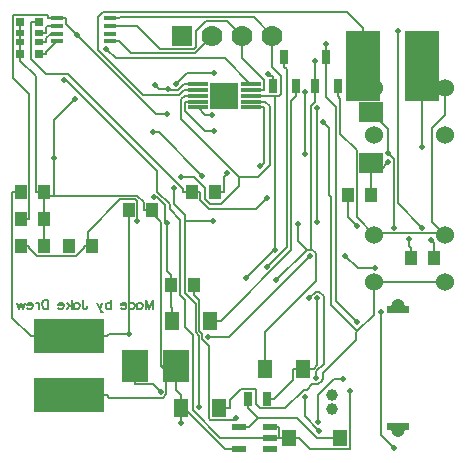
<source format=gbl>
G04 ---------------------------- Layer name :BOTTOM LAYER*
G04 easyEDA 0.1*
G04 Scale: 100 percent, Rotated: No, Reflected: No *
G04 Dimensions in inches *
G04 leading zeros omitted , absolute positions ,2 integer and 4 * 
%FSLAX24Y24*%
%MOIN*%
G90*
G70D02*

%ADD11C,0.005980*%
%ADD12C,0.008000*%
%ADD13C,0.020079*%
%ADD14R,0.043300X0.015700*%
%ADD15R,0.047200X0.021700*%
%ADD16R,0.031500X0.047200*%
%ADD17R,0.031496X0.029528*%
%ADD18R,0.031496X0.022835*%
%ADD19R,0.050000X0.057900*%
%ADD20R,0.236200X0.118100*%
%ADD21R,0.039370X0.049212*%
%ADD22R,0.090551X0.106300*%
%ADD23R,0.080000X0.070000*%
%ADD24R,0.027559X0.049213*%
%ADD25R,0.068100X0.013000*%
%ADD26R,0.096900X0.091300*%
%ADD27R,0.118100X0.236200*%
%ADD28R,0.051181X0.062992*%
%ADD29C,0.039370*%
%ADD31C,0.047240*%
%ADD33C,0.060000*%
%ADD35R,0.070000X0.070000*%
%ADD36C,0.070000*%

%LPD*%
G54D11*
G01X8894Y26871D02*
G01X8894Y21763D01*
G01X8894Y26871D02*
G01X9019Y26871D01*
G01X9092Y26944D01*
G01X9092Y27561D01*
G01X8800Y27853D01*
G01X8800Y28900D01*
G01X8519Y26900D02*
G01X8548Y26871D01*
G01X8894Y26871D01*
G01X10025Y20138D02*
G01X10247Y20359D01*
G01X10368Y20359D01*
G01X10503Y20223D01*
G01X10503Y17957D01*
G01X10253Y17709D01*
G01X10253Y17482D01*
G01X9873Y16848D02*
G01X9873Y16211D01*
G01X10355Y15730D01*
G01X8800Y28900D02*
G01X8178Y29521D01*
G01X3738Y29521D01*
G01X3696Y29478D01*
G01X8090Y26900D02*
G01X8519Y26900D01*
G01X3390Y29478D02*
G01X3696Y29478D01*
G01X10226Y27207D02*
G01X10226Y28038D01*
G01X7800Y28900D02*
G01X7800Y28144D01*
G01X8519Y27426D01*
G01X8519Y27100D01*
G01X10100Y21803D02*
G01X10100Y26563D01*
G01X10226Y26690D01*
G01X10226Y26690D01*
G01X10226Y27207D01*
G01X8569Y17800D02*
G01X8569Y19023D01*
G01X10256Y20709D01*
G01X10256Y21646D01*
G01X10100Y21803D01*
G01X9953Y21769D02*
G01X10064Y21769D01*
G01X10100Y21803D01*
G01X9953Y21769D02*
G01X9669Y22052D01*
G01X9669Y22621D01*
G01X8926Y20740D02*
G01X9953Y21769D01*
G01X3390Y29228D02*
G01X4290Y29228D01*
G01X5061Y28457D01*
G01X6188Y28457D01*
G01X6257Y28527D01*
G01X6257Y29059D01*
G01X6598Y29402D01*
G01X7298Y29402D01*
G01X7800Y28900D01*
G01X8090Y27100D02*
G01X8519Y27100D01*
G01X7690Y24198D02*
G01X5761Y26130D01*
G01X5761Y26780D01*
G01X5880Y26900D01*
G01X11630Y22544D02*
G01X11306Y22869D01*
G01X11306Y23600D01*
G01X5084Y17898D02*
G01X5263Y17719D01*
G01X5263Y16942D01*
G01X5151Y16832D01*
G01X3367Y16832D01*
G01X3280Y16919D01*
G01X7690Y24198D02*
G01X8334Y24198D01*
G01X8709Y24575D01*
G01X8709Y26538D01*
G01X8548Y26700D01*
G01X8090Y26700D01*
G01X3696Y28719D02*
G01X4084Y28330D01*
G01X6230Y28330D01*
G01X6800Y28900D01*
G01X5084Y17898D02*
G01X5084Y22678D01*
G01X4663Y23100D01*
G01X2009Y16919D02*
G01X3280Y16919D01*
G01X7690Y24198D02*
G01X7690Y23886D01*
G01X7098Y23294D01*
G01X6726Y23294D01*
G01X6563Y23457D01*
G01X6563Y23819D01*
G01X6190Y24190D01*
G01X5765Y24190D01*
G01X5765Y24192D01*
G01X7690Y15128D02*
G01X7217Y15128D01*
G01X5769Y16578D01*
G01X6311Y26900D02*
G01X5880Y26900D01*
G01X1523Y24809D02*
G01X1523Y26096D01*
G01X2226Y26800D01*
G01X5769Y16500D02*
G01X5769Y15978D01*
G01X5769Y16578D02*
G01X5769Y16655D01*
G01X5769Y16500D02*
G01X5769Y16578D01*
G01X1523Y23565D02*
G01X1523Y24809D01*
G01X1523Y23565D02*
G01X4282Y23565D01*
G01X4507Y23340D01*
G01X4507Y23100D01*
G01X1194Y23565D02*
G01X1523Y23565D01*
G01X8826Y27544D02*
G01X8721Y27544D01*
G01X8651Y27615D01*
G01X8826Y27207D02*
G01X8826Y27544D01*
G01X4663Y23100D02*
G01X4507Y23100D01*
G01X4794Y23100D02*
G01X4663Y23100D01*
G01X1194Y23565D02*
G01X1194Y23700D01*
G01X1194Y22800D02*
G01X1194Y23565D01*
G01X3390Y28719D02*
G01X3696Y28719D01*
G01X907Y23700D02*
G01X907Y27555D01*
G01X401Y28061D01*
G01X401Y28673D02*
G01X401Y28300D01*
G01X401Y28988D02*
G01X401Y28673D01*
G01X401Y29361D02*
G01X401Y28988D01*
G01X5580Y17898D02*
G01X5084Y17898D01*
G01X401Y28300D02*
G01X401Y28061D01*
G01X1194Y23700D02*
G01X907Y23700D01*
G01X5769Y16702D02*
G01X5769Y16905D01*
G01X5769Y16702D02*
G01X5769Y16655D01*
G01X1194Y21900D02*
G01X1194Y22800D01*
G01X5769Y16905D02*
G01X5580Y17094D01*
G01X5580Y17898D01*
G01X1007Y28300D02*
G01X1253Y28300D01*
G01X1253Y28300D02*
G01X1253Y28363D01*
G01X1611Y28719D01*
G01X1007Y28673D02*
G01X1253Y28673D01*
G01X1253Y28673D02*
G01X1253Y28809D01*
G01X1413Y28969D01*
G01X1611Y28969D01*
G01X1611Y29228D02*
G01X1303Y29228D01*
G01X1007Y28988D02*
G01X1253Y28988D01*
G01X1253Y28988D02*
G01X1253Y29178D01*
G01X1303Y29228D01*
G01X2298Y28913D02*
G01X4934Y26275D01*
G01X5290Y26275D01*
G01X10973Y26871D02*
G01X11055Y26790D01*
G01X11055Y25630D01*
G01X11610Y25076D01*
G01X11610Y22840D01*
G01X12200Y22250D01*
G01X10176Y17800D02*
G01X10297Y17921D01*
G01X10297Y20138D01*
G01X9830Y17800D02*
G01X10176Y17800D01*
G01X1917Y29478D02*
G01X1917Y29294D01*
G01X2298Y28913D01*
G01X8400Y24546D02*
G01X8519Y24667D01*
G01X8519Y26509D01*
G01X14561Y27150D02*
G01X14561Y26251D01*
G01X14127Y25815D01*
G01X14127Y22684D01*
G01X14561Y22250D01*
G01X8090Y26509D02*
G01X8519Y26509D01*
G01X1611Y29478D02*
G01X1917Y29478D01*
G01X9743Y17800D02*
G01X9830Y17800D01*
G01X8857Y16800D02*
G01X9484Y17426D01*
G01X9484Y17800D01*
G01X9743Y17800D02*
G01X9484Y17800D01*
G01X10973Y27207D02*
G01X10973Y26871D01*
G01X12200Y22250D02*
G01X12257Y22307D01*
G01X14503Y22307D01*
G01X14561Y22250D01*
G01X1457Y29478D02*
G01X1611Y29478D01*
G01X1457Y29478D02*
G01X1303Y29478D01*
G01X405Y22800D02*
G01X692Y22800D01*
G01X692Y22800D02*
G01X692Y26946D01*
G01X153Y27486D01*
G01X153Y29582D01*
G01X171Y29600D01*
G01X1286Y29600D01*
G01X1303Y29582D01*
G01X1303Y29478D01*
G01X8611Y16800D02*
G01X8857Y16800D01*
G01X12852Y15144D02*
G01X12418Y15578D01*
G01X12418Y19688D01*
G01X1859Y27427D02*
G01X1923Y27427D01*
G01X4969Y24380D01*
G01X4969Y23680D01*
G01X5376Y23273D01*
G01X5376Y23105D01*
G01X5723Y22757D01*
G01X5723Y20253D01*
G01X5898Y20078D01*
G01X5898Y19176D01*
G01X6163Y18909D01*
G01X6163Y16405D01*
G01X7069Y15498D01*
G01X8709Y15498D01*
G01X9689Y15498D02*
G01X10068Y15119D01*
G01X11372Y15119D01*
G01X11389Y15138D01*
G01X11389Y17042D01*
G01X8873Y15498D02*
G01X8709Y15498D01*
G01X9350Y15498D02*
G01X9689Y15498D01*
G01X9036Y15498D02*
G01X9350Y15498D01*
G01X8873Y15498D02*
G01X9036Y15498D01*
G01X8709Y15869D02*
G01X9036Y15869D01*
G01X9036Y15498D02*
G01X9036Y15869D01*
G01X10600Y28192D02*
G01X10600Y28605D01*
G01X10600Y27855D02*
G01X10600Y26859D01*
G01X10934Y26525D01*
G01X10934Y20042D01*
G01X11614Y19361D01*
G01X10600Y28192D02*
G01X10600Y27855D01*
G01X13793Y22501D02*
G01X12973Y23319D01*
G01X12973Y29055D01*
G01X10710Y15498D02*
G01X10278Y15498D01*
G01X9619Y16159D01*
G01X8305Y16159D01*
G01X8015Y15869D02*
G01X8305Y16159D01*
G01X8305Y16159D02*
G01X7990Y16473D01*
G01X7990Y16800D02*
G01X7990Y16473D01*
G01X7690Y15869D02*
G01X8015Y15869D01*
G01X11050Y15498D02*
G01X10710Y15498D01*
G01X6105Y23700D02*
G01X6392Y23700D01*
G01X6392Y23700D02*
G01X6392Y23413D01*
G01X6692Y23113D01*
G01X8246Y23113D01*
G01X8621Y23488D01*
G01X6105Y23700D02*
G01X5963Y23700D01*
G01X759Y29361D02*
G01X759Y28113D01*
G01X1255Y27617D01*
G01X1984Y27617D01*
G01X5819Y23782D01*
G01X5819Y23700D01*
G01X5963Y23700D02*
G01X5819Y23700D01*
G01X1007Y29361D02*
G01X759Y29361D01*
G01X4005Y18961D02*
G01X3363Y18961D01*
G01X3280Y18878D01*
G01X4005Y23100D02*
G01X4005Y18961D01*
G01X12226Y21138D02*
G01X11656Y21138D01*
G01X11231Y21563D01*
G01X6655Y18853D02*
G01X7348Y18853D01*
G01X10059Y21563D01*
G01X2009Y18878D02*
G01X738Y18878D01*
G01X405Y23700D02*
G01X119Y23700D01*
G01X119Y23700D02*
G01X119Y19498D01*
G01X738Y18878D01*
G01X2009Y18878D02*
G01X3280Y18878D01*
G01X7596Y16142D02*
G01X7550Y16094D01*
G01X6736Y16094D01*
G01X6684Y16148D01*
G01X6684Y18555D01*
G01X6465Y18775D01*
G01X6465Y18948D01*
G01X6357Y19055D01*
G01X6357Y20100D01*
G01X6194Y20263D01*
G01X6194Y20600D02*
G01X6194Y20263D01*
G01X10318Y16034D02*
G01X10318Y16911D01*
G01X10856Y17450D01*
G01X11156Y17450D01*
G01X4219Y17278D02*
G01X4817Y17278D01*
G01X5073Y17021D01*
G01X4219Y17898D02*
G01X4219Y17278D01*
G01X5405Y20936D02*
G01X5276Y21065D01*
G01X5276Y22661D01*
G01X4846Y23530D02*
G01X4951Y23530D01*
G01X5225Y23257D01*
G01X5225Y22713D01*
G01X5276Y22661D01*
G01X5405Y20600D02*
G01X5405Y20936D01*
G01X5469Y19805D02*
G01X5405Y19869D01*
G01X5405Y20600D01*
G01X2651Y21900D02*
G01X2651Y22361D01*
G01X3734Y23446D01*
G01X4232Y23446D01*
G01X4298Y23380D01*
G01X4298Y22721D01*
G01X2651Y21900D02*
G01X2507Y21900D01*
G01X2794Y21900D02*
G01X2651Y21900D01*
G01X407Y21900D02*
G01X692Y21900D01*
G01X692Y21900D02*
G01X692Y21828D01*
G01X957Y21563D01*
G01X2242Y21563D01*
G01X2507Y21828D01*
G01X2507Y21900D01*
G01X5469Y19400D02*
G01X5469Y19805D01*
G01X4830Y25696D02*
G01X5003Y25696D01*
G01X6465Y24234D01*
G01X6894Y23700D02*
G01X7180Y23700D01*
G01X7180Y23700D02*
G01X7180Y24203D01*
G01X7290Y24311D01*
G01X6357Y16532D02*
G01X6344Y16546D01*
G01X6344Y18898D01*
G01X6238Y19005D01*
G01X6238Y19967D01*
G01X5882Y20323D01*
G01X5882Y22728D01*
G01X5507Y23826D02*
G01X5507Y23298D01*
G01X5882Y22923D01*
G01X5882Y22728D01*
G01X5882Y22728D02*
G01X6811Y22728D01*
G01X12100Y24430D02*
G01X12403Y24430D01*
G01X12664Y24690D01*
G01X12100Y24430D02*
G01X12100Y24209D01*
G01X12100Y24650D02*
G01X12100Y24430D01*
G01X12093Y23600D02*
G01X12093Y24203D01*
G01X12100Y24209D01*
G01X12664Y24994D02*
G01X12853Y24803D01*
G01X12853Y22501D01*
G01X12100Y26350D02*
G01X12664Y25786D01*
G01X12664Y24994D01*
G01X10485Y26025D02*
G01X10694Y25815D01*
G01X10694Y23578D01*
G01X10760Y23511D01*
G01X10760Y19915D01*
G01X11635Y19038D01*
G01X11635Y19038D02*
G01X11598Y19002D01*
G01X11598Y18753D01*
G01X10488Y17642D01*
G01X10488Y17463D01*
G01X10443Y17419D01*
G01X10443Y17403D01*
G01X10332Y17292D01*
G01X10135Y17292D01*
G01X9943Y17098D01*
G01X9840Y17098D01*
G01X9217Y16473D01*
G01X8378Y16473D01*
G01X8238Y16613D01*
G01X8238Y17113D01*
G01X8223Y17127D01*
G01X7742Y17127D01*
G01X7376Y16759D01*
G01X7376Y16500D01*
G01X12200Y20675D02*
G01X12200Y19603D01*
G01X11635Y19038D01*
G01X12200Y20675D02*
G01X14561Y20675D01*
G01X7030Y16500D02*
G01X7376Y16500D01*
G01X5582Y27276D02*
G01X5951Y27644D01*
G01X6846Y27644D01*
G01X9893Y27032D02*
G01X9893Y24963D01*
G01X10289Y26484D02*
G01X10289Y22678D01*
G01X13406Y21500D02*
G01X13406Y21836D01*
G01X13406Y21836D02*
G01X13363Y21878D01*
G01X13363Y22111D01*
G01X14193Y21836D02*
G01X14193Y21988D01*
G01X14093Y22090D01*
G01X14193Y21500D02*
G01X14193Y21836D01*
G01X9200Y28192D02*
G01X9200Y27855D01*
G01X8615Y21202D02*
G01X9278Y21865D01*
G01X9278Y27777D01*
G01X9200Y27855D01*
G01X9573Y26871D02*
G01X9423Y26721D01*
G01X9423Y21740D01*
G01X7082Y19400D01*
G01X7076Y19400D01*
G01X9573Y27207D02*
G01X9573Y26871D01*
G01X6730Y19400D02*
G01X7076Y19400D01*
G01X8090Y27290D02*
G01X8055Y27290D01*
G01X7203Y28142D01*
G01X3573Y28142D01*
G01X3246Y28469D01*
G01X5303Y27127D02*
G01X5007Y27127D01*
G01X4880Y27255D01*
G01X6311Y27290D02*
G01X5865Y27290D01*
G01X5659Y27082D01*
G01X5348Y27082D01*
G01X5303Y27127D01*
G01X6311Y26509D02*
G01X6550Y26269D01*
G01X6780Y26269D01*
G01X13781Y27890D02*
G01X13781Y25184D01*
G01X6311Y26700D02*
G01X5880Y26700D01*
G01X6865Y25728D02*
G01X6542Y25728D01*
G01X5880Y26390D01*
G01X5880Y26700D01*
G01X6311Y27100D02*
G01X5846Y27100D01*
G01X5682Y26936D01*
G01X4486Y26936D01*
G01X2996Y28427D01*
G01X2996Y29534D01*
G01X3161Y29700D01*
G01X11281Y29700D01*
G01X11819Y29161D01*
G01X11819Y27890D02*
G01X11819Y29161D01*
G01X7909Y20830D02*
G01X8842Y21763D01*
G01X8894Y21763D01*
G54D12*
G01X4815Y20100D02*
G01X4815Y19788D01*
G01X4815Y20100D02*
G01X4696Y19788D01*
G01X4577Y20100D02*
G01X4696Y19788D01*
G01X4577Y20100D02*
G01X4577Y19788D01*
G01X4301Y19996D02*
G01X4301Y19788D01*
G01X4301Y19951D02*
G01X4331Y19981D01*
G01X4360Y19996D01*
G01X4405Y19996D01*
G01X4435Y19981D01*
G01X4464Y19951D01*
G01X4479Y19906D01*
G01X4479Y19877D01*
G01X4464Y19832D01*
G01X4435Y19802D01*
G01X4405Y19788D01*
G01X4360Y19788D01*
G01X4331Y19802D01*
G01X4301Y19832D01*
G01X4025Y20100D02*
G01X4025Y19788D01*
G01X4025Y19951D02*
G01X4054Y19981D01*
G01X4084Y19996D01*
G01X4129Y19996D01*
G01X4158Y19981D01*
G01X4188Y19951D01*
G01X4203Y19906D01*
G01X4203Y19877D01*
G01X4188Y19832D01*
G01X4158Y19802D01*
G01X4129Y19788D01*
G01X4084Y19788D01*
G01X4054Y19802D01*
G01X4025Y19832D01*
G01X3927Y19906D02*
G01X3748Y19906D01*
G01X3748Y19936D01*
G01X3763Y19966D01*
G01X3778Y19981D01*
G01X3808Y19996D01*
G01X3852Y19996D01*
G01X3882Y19981D01*
G01X3912Y19951D01*
G01X3927Y19906D01*
G01X3927Y19877D01*
G01X3912Y19832D01*
G01X3882Y19802D01*
G01X3852Y19788D01*
G01X3808Y19788D01*
G01X3778Y19802D01*
G01X3748Y19832D01*
G01X3422Y20100D02*
G01X3422Y19788D01*
G01X3422Y19951D02*
G01X3392Y19981D01*
G01X3362Y19996D01*
G01X3318Y19996D01*
G01X3288Y19981D01*
G01X3258Y19951D01*
G01X3243Y19906D01*
G01X3243Y19877D01*
G01X3258Y19832D01*
G01X3288Y19802D01*
G01X3318Y19788D01*
G01X3362Y19788D01*
G01X3392Y19802D01*
G01X3422Y19832D01*
G01X3131Y19996D02*
G01X3041Y19788D01*
G01X2952Y19996D02*
G01X3041Y19788D01*
G01X3071Y19728D01*
G01X3101Y19698D01*
G01X3131Y19684D01*
G01X3145Y19684D01*
G01X2477Y20100D02*
G01X2477Y19862D01*
G01X2492Y19817D01*
G01X2507Y19802D01*
G01X2536Y19788D01*
G01X2566Y19788D01*
G01X2596Y19802D01*
G01X2611Y19817D01*
G01X2626Y19862D01*
G01X2626Y19892D01*
G01X2201Y19996D02*
G01X2201Y19788D01*
G01X2201Y19951D02*
G01X2230Y19981D01*
G01X2260Y19996D01*
G01X2305Y19996D01*
G01X2334Y19981D01*
G01X2364Y19951D01*
G01X2379Y19906D01*
G01X2379Y19877D01*
G01X2364Y19832D01*
G01X2334Y19802D01*
G01X2305Y19788D01*
G01X2260Y19788D01*
G01X2230Y19802D01*
G01X2201Y19832D01*
G01X2103Y20100D02*
G01X2103Y19788D01*
G01X1954Y19996D02*
G01X2103Y19847D01*
G01X2043Y19906D02*
G01X1939Y19788D01*
G01X1841Y19906D02*
G01X1663Y19906D01*
G01X1663Y19936D01*
G01X1678Y19966D01*
G01X1693Y19981D01*
G01X1722Y19996D01*
G01X1767Y19996D01*
G01X1797Y19981D01*
G01X1826Y19951D01*
G01X1841Y19906D01*
G01X1841Y19877D01*
G01X1826Y19832D01*
G01X1797Y19802D01*
G01X1767Y19788D01*
G01X1722Y19788D01*
G01X1693Y19802D01*
G01X1663Y19832D01*
G01X1336Y20100D02*
G01X1336Y19788D01*
G01X1336Y20100D02*
G01X1232Y20100D01*
G01X1188Y20085D01*
G01X1158Y20055D01*
G01X1143Y20025D01*
G01X1128Y19981D01*
G01X1128Y19906D01*
G01X1143Y19862D01*
G01X1158Y19832D01*
G01X1188Y19802D01*
G01X1232Y19788D01*
G01X1336Y19788D01*
G01X1030Y19996D02*
G01X1030Y19788D01*
G01X1030Y19906D02*
G01X1015Y19951D01*
G01X986Y19981D01*
G01X956Y19996D01*
G01X911Y19996D01*
G01X813Y19906D02*
G01X635Y19906D01*
G01X635Y19936D01*
G01X650Y19966D01*
G01X665Y19981D01*
G01X695Y19996D01*
G01X739Y19996D01*
G01X769Y19981D01*
G01X799Y19951D01*
G01X813Y19906D01*
G01X813Y19877D01*
G01X799Y19832D01*
G01X769Y19802D01*
G01X739Y19788D01*
G01X695Y19788D01*
G01X665Y19802D01*
G01X635Y19832D01*
G01X537Y19996D02*
G01X478Y19788D01*
G01X418Y19996D02*
G01X478Y19788D01*
G01X418Y19996D02*
G01X359Y19788D01*
G01X300Y19996D02*
G01X359Y19788D01*
G54D14*
G01X3390Y29480D03*
G01X3390Y29230D03*
G01X3390Y28969D03*
G01X3390Y28719D03*
G01X1609Y28719D03*
G01X1609Y28969D03*
G01X1609Y29230D03*
G01X1609Y29480D03*
G54D15*
G01X8709Y15869D03*
G01X8709Y15500D03*
G01X8709Y15130D03*
G01X7690Y15130D03*
G01X7690Y15869D03*
G54D16*
G01X8609Y16800D03*
G01X7990Y16800D03*
G54D17*
G01X400Y28300D03*
G01X1005Y28300D03*
G54D18*
G01X400Y28673D03*
G01X1005Y28673D03*
G01X400Y28988D03*
G01X1005Y28988D03*
G54D17*
G01X400Y29361D03*
G01X1005Y29361D03*
G54D19*
G01X11050Y15500D03*
G01X9350Y15500D03*
G54D20*
G01X2009Y18880D03*
G01X2009Y16919D03*
G54D21*
G01X1194Y23700D03*
G01X405Y23700D03*
G01X6194Y20600D03*
G01X5405Y20600D03*
G54D22*
G01X5580Y17900D03*
G01X4219Y17900D03*
G54D21*
G01X1194Y22800D03*
G01X405Y22800D03*
G01X405Y21900D03*
G01X1194Y21900D03*
G01X2794Y21900D03*
G01X2005Y21900D03*
G54D23*
G01X12100Y24650D03*
G01X12100Y26350D03*
G54D21*
G01X12093Y23600D03*
G01X11306Y23600D03*
G01X6894Y23700D03*
G01X6105Y23700D03*
G01X14193Y21500D03*
G01X13406Y21500D03*
G01X4794Y23100D03*
G01X4005Y23100D03*
G54D24*
G01X9200Y28192D03*
G01X8826Y27207D03*
G01X9573Y27207D03*
G54D25*
G01X8090Y27290D03*
G01X8090Y27100D03*
G01X8090Y26900D03*
G01X8090Y26700D03*
G01X8090Y26509D03*
G01X6309Y26509D03*
G01X6309Y26700D03*
G01X6309Y26900D03*
G01X6309Y27100D03*
G01X6309Y27290D03*
G54D26*
G01X7200Y26900D03*
G54D27*
G01X13780Y27890D03*
G01X11819Y27890D03*
G54D28*
G01X5469Y19400D03*
G01X6730Y19400D03*
G54D24*
G01X10600Y28192D03*
G01X10226Y27207D03*
G01X10973Y27207D03*
G54D28*
G01X9830Y17800D03*
G01X8569Y17800D03*
G01X5769Y16500D03*
G01X7030Y16500D03*
G36*
G01X12606Y19900D02*
G01X12606Y19663D01*
G01X13354Y19663D01*
G01X13354Y19900D01*
G01X12606Y19900D01*
G37*
G36*
G01X12606Y15766D02*
G01X12606Y16002D01*
G01X13354Y16002D01*
G01X13354Y15766D01*
G01X12606Y15766D01*
G37*
G54D29*
G01X10800Y16936D03*
G01X10800Y16463D03*
G54D31*
G01X13000Y19900D03*
G01X13001Y15767D03*
G54D33*
G01X14561Y27150D03*
G01X12200Y27150D03*
G01X14561Y25575D03*
G01X12200Y25575D03*
G01X14561Y22250D03*
G01X12200Y22250D03*
G01X14561Y20675D03*
G01X12200Y20675D03*
G54D35*
G01X5800Y28900D03*
G54D36*
G01X6800Y28900D03*
G01X7800Y28900D03*
G01X8800Y28900D03*
G54D13*
G01X7909Y20830D03*
G01X8894Y21763D03*
G01X10355Y15730D03*
G01X9873Y16848D03*
G01X10253Y17482D03*
G01X10025Y20138D03*
G01X10226Y28038D03*
G01X9669Y22621D03*
G01X8926Y20740D03*
G01X11630Y22544D03*
G01X5765Y24192D03*
G01X2226Y26800D03*
G01X5769Y15978D03*
G01X1523Y24809D03*
G01X8651Y27615D03*
G01X10297Y20138D03*
G01X5290Y26275D03*
G01X8400Y24546D03*
G01X2298Y28913D03*
G01X12418Y19688D03*
G01X12852Y15144D03*
G01X1859Y27427D03*
G01X11389Y17042D03*
G01X10600Y28605D03*
G01X11614Y19361D03*
G01X12973Y29055D03*
G01X13793Y22501D03*
G01X8621Y23488D03*
G01X12226Y21138D03*
G01X11231Y21563D03*
G01X10059Y21563D03*
G01X6655Y18853D03*
G01X4005Y18961D03*
G01X11156Y17450D03*
G01X10318Y16034D03*
G01X7596Y16142D03*
G01X5073Y17021D03*
G01X5276Y22661D03*
G01X4846Y23530D03*
G01X4298Y22721D03*
G01X6465Y24234D03*
G01X4830Y25696D03*
G01X7290Y24311D03*
G01X6811Y22728D03*
G01X6357Y16532D03*
G01X5507Y23826D03*
G01X12664Y24690D03*
G01X12853Y22501D03*
G01X12664Y24994D03*
G01X10485Y26025D03*
G01X5582Y27276D03*
G01X6846Y27644D03*
G01X9893Y27032D03*
G01X9893Y24963D03*
G01X10289Y22678D03*
G01X10289Y26484D03*
G01X13363Y22111D03*
G01X14093Y22090D03*
G01X8615Y21202D03*
G01X3246Y28469D03*
G01X6780Y26269D03*
G01X5303Y27127D03*
G01X4880Y27255D03*
G01X6865Y25728D03*
G01X13781Y25184D03*
G54D29*
G01X10800Y16936D03*
G01X10800Y16463D03*
G54D31*
G01X13000Y19900D03*
G01X13001Y15767D03*
G54D33*
G01X14561Y27150D03*
G01X12200Y27150D03*
G01X14561Y25575D03*
G01X12200Y25575D03*
G01X14561Y22250D03*
G01X12200Y22250D03*
G01X14561Y20675D03*
G01X12200Y20675D03*
G54D35*
G01X5800Y28900D03*
G54D36*
G01X6800Y28900D03*
G01X7800Y28900D03*
G01X8800Y28900D03*

M00*
M02*
</source>
